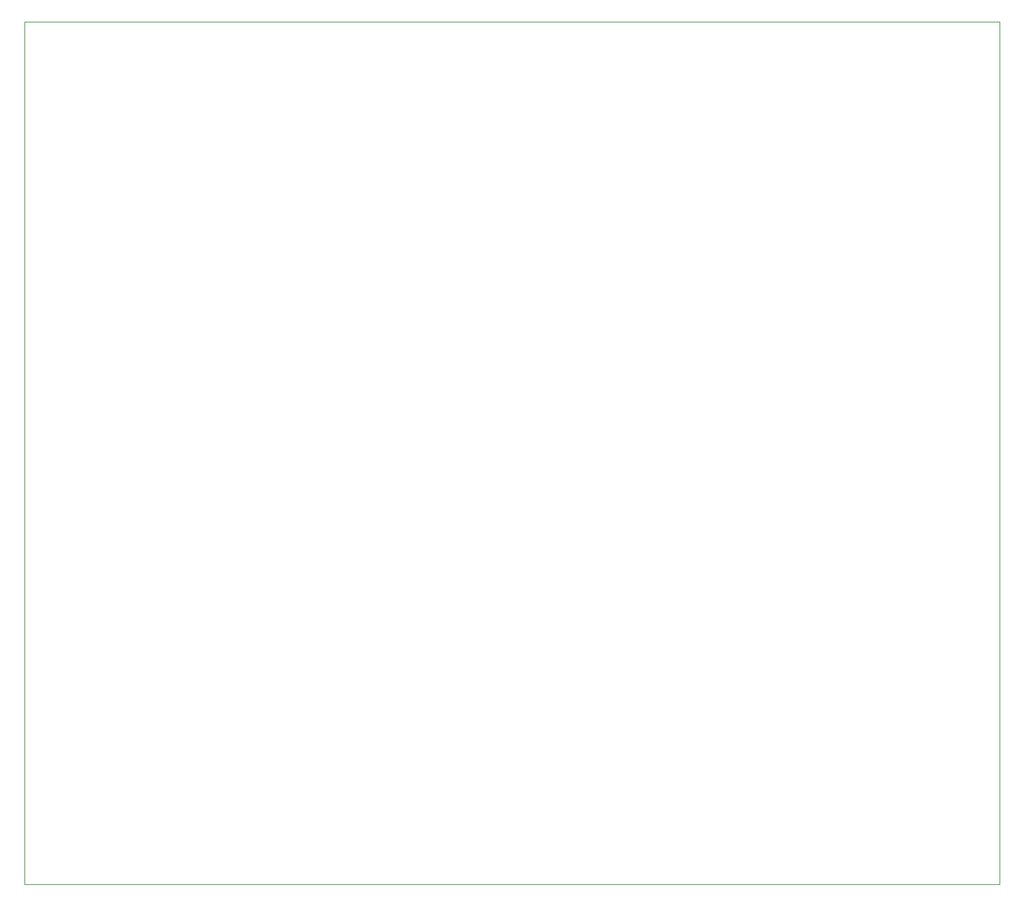
<source format=gbr>
%TF.GenerationSoftware,KiCad,Pcbnew,8.0.5*%
%TF.CreationDate,2024-10-15T07:07:36-03:00*%
%TF.ProjectId,GRANAPCBESP32S3V1,4752414e-4150-4434-9245-535033325333,rev?*%
%TF.SameCoordinates,Original*%
%TF.FileFunction,Profile,NP*%
%FSLAX46Y46*%
G04 Gerber Fmt 4.6, Leading zero omitted, Abs format (unit mm)*
G04 Created by KiCad (PCBNEW 8.0.5) date 2024-10-15 07:07:36*
%MOMM*%
%LPD*%
G01*
G04 APERTURE LIST*
%TA.AperFunction,Profile*%
%ADD10C,0.050000*%
%TD*%
G04 APERTURE END LIST*
D10*
X95500000Y-34000000D02*
X217000000Y-34000000D01*
X217000000Y-141500000D01*
X95500000Y-141500000D01*
X95500000Y-34000000D01*
M02*

</source>
